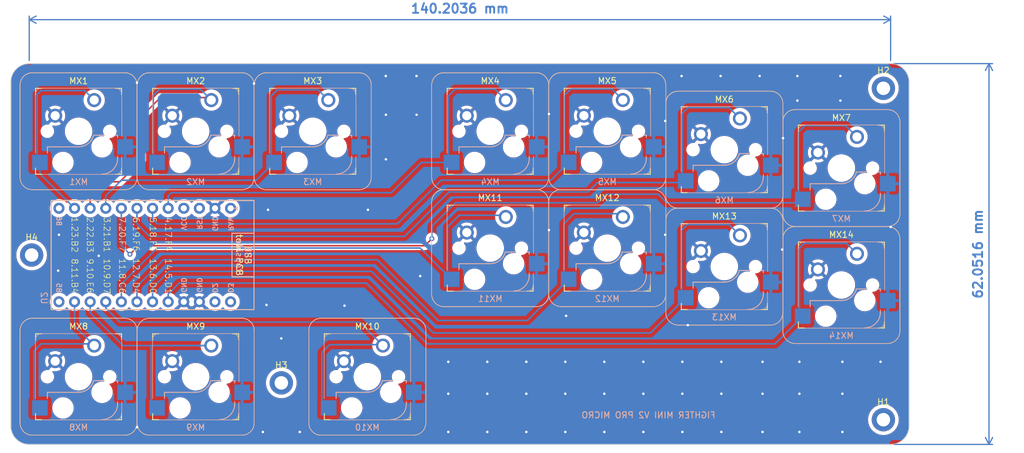
<source format=kicad_pcb>
(kicad_pcb (version 20221018) (generator pcbnew)
  (layers (0 "F.Cu" signal) (31 "B.Cu" signal) (34 "B.Paste" user) (35 "F.Paste" user) (36 "B.SilkS" user "B.Silkscreen") (37 "F.SilkS" user "F.Silkscreen") (38 "B.Mask" user) (39 "F.Mask" user) (44 "Edge.Cuts" user))
  (net 0 "")
  (net 1 "MX1")
  (net 2 "GND")
  (net 3 "MX2")
  (net 4 "MX3")
  (net 5 "MX4")
  (net 6 "MX5")
  (net 7 "MX7")
  (net 8 "MX8")
  (net 9 "MX9")
  (net 10 "MX10")
  (net 11 "MX11")
  (net 12 "MX12")
  (net 13 "MX13")
  (net 14 "MX14")
  (net 22 "MX6")
  (footprint "MountingHole:MountingHole_2.2mm_M2_DIN965_Pad" (layer "F.Cu") (at 78.359 74.168)
    (fp_text reference "H4" (at 0 -2.9) (layer "F.SilkS"))
    (fp_text value "MountingHole")
    (pad "1" thru_hole circle (at 0 0) (size 3.8 3.8) (drill 2.2) (layers "*.Cu" "*.Mask"))
  )
  (footprint "MountingHole:MountingHole_2.2mm_M2_DIN965_Pad" (layer "F.Cu") (at 217 47)
    (fp_text reference "H2" (at 0 -2.9) (layer "F.SilkS"))
    (fp_text value "MountingHole")
    (pad "1" thru_hole circle (at 0 0) (size 3.8 3.8) (drill 2.2) (layers "*.Cu" "*.Mask"))
  )
  (footprint "MountingHole:MountingHole_2.2mm_M2_DIN965_Pad" (layer "F.Cu") (at 119 95)
    (fp_text reference "H3" (at 0 -2.9) (layer "F.SilkS"))
    (fp_text value "MountingHole")
    (pad "1" thru_hole circle (at 0 0) (size 3.8 3.8) (drill 2.2) (layers "*.Cu" "*.Mask"))
  )
  (footprint "Fight Stick 2:MX_optional" (layer "F.Cu") (at 210.157835 79.050995)
    (fp_text reference "MX14" (at 0 -8.2) (layer "F.SilkS"))
    (fp_text value "MX_SW_HS")
    (fp_text user "${REFERENCE}" (at 0 8.25) (layer "B.SilkS") (effects (justify mirror)))
    (pad "" np_thru_hole circle (at -5.08 0) (size 1.7018 1.7018) (drill 1.7018) (layers "*.Cu" "*.Mask"))
    (pad "" np_thru_hole circle (at -2.54 5.08) (size 3 3) (drill 3) (layers "*.Cu" "*.Mask"))
    (pad "" np_thru_hole circle (at 0 0) (size 3.9878 3.9878) (drill 3.9878) (layers "*.Cu" "*.Mask"))
    (pad "" np_thru_hole circle (at 3.81 2.54) (size 3 3) (drill 3) (layers "*.Cu" "*.Mask"))
    (pad "" np_thru_hole circle (at 5.08 0) (size 1.7018 1.7018) (drill 1.7018) (layers "*.Cu" "*.Mask"))
    (pad "1" smd rect (at -6.29 5.08) (size 2.55 2.5) (layers "B.Cu" "B.Paste" "B.Mask") (net 14 "MX14"))
    (pad "1" thru_hole circle (at 2.54 -5.08) (size 2.286 2.286) (drill 1.4986) (layers "*.Cu" "*.Mask") (net 14 "MX14"))
    (pad "2" thru_hole circle (at -3.81 -2.54) (size 2.286 2.286) (drill 1.4986) (layers "*.Cu" "*.Mask") (net 2 "GND"))
    (pad "2" smd rect (at 7.56 2.54) (size 2.55 2.5) (layers "B.Cu" "B.Paste" "B.Mask") (net 2 "GND"))
  )
  (footprint "MountingHole:MountingHole_2.2mm_M2_DIN965_Pad" (layer "F.Cu") (at 217 101)
    (fp_text reference "H1" (at 0 -2.9) (layer "F.SilkS"))
    (fp_text value "MountingHole")
    (pad "1" thru_hole circle (at 0 0) (size 3.8 3.8) (drill 2.2) (layers "*.Cu" "*.Mask"))
  )
  (footprint "Fight Stick 2:MX_optional" (layer "F.Cu") (at 191.10569 57)
    (fp_text reference "MX6" (at 0 -8.2) (layer "F.SilkS"))
    (fp_text value "MX_SW_HS")
    (fp_text user "${REFERENCE}" (at 0 8.25) (layer "B.SilkS") (effects (justify mirror)))
    (pad "" np_thru_hole circle (at -5.08 0) (size 1.7018 1.7018) (drill 1.7018) (layers "*.Cu" "*.Mask"))
    (pad "" np_thru_hole circle (at -2.54 5.08) (size 3 3) (drill 3) (layers "*.Cu" "*.Mask"))
    (pad "" np_thru_hole circle (at 0 0) (size 3.9878 3.9878) (drill 3.9878) (layers "*.Cu" "*.Mask"))
    (pad "" np_thru_hole circle (at 3.81 2.54) (size 3 3) (drill 3) (layers "*.Cu" "*.Mask"))
    (pad "" np_thru_hole circle (at 5.08 0) (size 1.7018 1.7018) (drill 1.7018) (layers "*.Cu" "*.Mask"))
    (pad "1" smd rect (at -6.29 5.08) (size 2.55 2.5) (layers "B.Cu" "B.Paste" "B.Mask") (net 22 "MX6"))
    (pad "1" thru_hole circle (at 2.54 -5.08) (size 2.286 2.286) (drill 1.4986) (layers "*.Cu" "*.Mask") (net 22 "MX6"))
    (pad "2" thru_hole circle (at -3.81 -2.54) (size 2.286 2.286) (drill 1.4986) (layers "*.Cu" "*.Mask") (net 2 "GND"))
    (pad "2" smd rect (at 7.56 2.54) (size 2.55 2.5) (layers "B.Cu" "B.Paste" "B.Mask") (net 2 "GND"))
  )
  (footprint "Fight Stick 2:MX_optional" (layer "F.Cu") (at 172.053545 53.990872)
    (fp_text reference "MX5" (at 0 -8.2) (layer "F.SilkS"))
    (fp_text value "MX_SW_HS")
    (fp_text user "${REFERENCE}" (at 0 8.25) (layer "B.SilkS") (effects (justify mirror)))
    (pad "" np_thru_hole circle (at -5.08 0) (size 1.7018 1.7018) (drill 1.7018) (layers "*.Cu" "*.Mask"))
    (pad "" np_thru_hole circle (at -2.54 5.08) (size 3 3) (drill 3) (layers "*.Cu" "*.Mask"))
    (pad "" np_thru_hole circle (at 0 0) (size 3.9878 3.9878) (drill 3.9878) (layers "*.Cu" "*.Mask"))
    (pad "" np_thru_hole circle (at 3.81 2.54) (size 3 3) (drill 3) (layers "*.Cu" "*.Mask"))
    (pad "" np_thru_hole circle (at 5.08 0) (size 1.7018 1.7018) (drill 1.7018) (layers "*.Cu" "*.Mask"))
    (pad "1" smd rect (at -6.29 5.08) (size 2.55 2.5) (layers "B.Cu" "B.Paste" "B.Mask") (net 6 "MX5"))
    (pad "1" thru_hole circle (at 2.54 -5.08) (size 2.286 2.286) (drill 1.4986) (layers "*.Cu" "*.Mask") (net 6 "MX5"))
    (pad "2" thru_hole circle (at -3.81 -2.54) (size 2.286 2.286) (drill 1.4986) (layers "*.Cu" "*.Mask") (net 2 "GND"))
    (pad "2" smd rect (at 7.56 2.54) (size 2.55 2.5) (layers "B.Cu" "B.Paste" "B.Mask") (net 2 "GND"))
  )
  (footprint "Fight Stick 2:MX_optional" (layer "F.Cu") (at 210.157835 60)
    (fp_text reference "MX7" (at 0 -8.2) (layer "F.SilkS"))
    (fp_text value "MX_SW_HS")
    (fp_text user "${REFERENCE}" (at 0 8.25) (layer "B.SilkS") (effects (justify mirror)))
    (pad "" np_thru_hole circle (at -5.08 0) (size 1.7018 1.7018) (drill 1.7018) (layers "*.Cu" "*.Mask"))
    (pad "" np_thru_hole circle (at -2.54 5.08) (size 3 3) (drill 3) (layers "*.Cu" "*.Mask"))
    (pad "" np_thru_hole circle (at 0 0) (size 3.9878 3.9878) (drill 3.9878) (layers "*.Cu" "*.Mask"))
    (pad "" np_thru_hole circle (at 3.81 2.54) (size 3 3) (drill 3) (layers "*.Cu" "*.Mask"))
    (pad "" np_thru_hole circle (at 5.08 0) (size 1.7018 1.7018) (drill 1.7018) (layers "*.Cu" "*.Mask"))
    (pad "1" smd rect (at -6.29 5.08) (size 2.55 2.5) (layers "B.Cu" "B.Paste" "B.Mask") (net 7 "MX7"))
    (pad "1" thru_hole circle (at 2.54 -5.08) (size 2.286 2.286) (drill 1.4986) (layers "*.Cu" "*.Mask") (net 7 "MX7"))
    (pad "2" thru_hole circle (at -3.81 -2.54) (size 2.286 2.286) (drill 1.4986) (layers "*.Cu" "*.Mask") (net 2 "GND"))
    (pad "2" smd rect (at 7.56 2.54) (size 2.55 2.5) (layers "B.Cu" "B.Paste" "B.Mask") (net 2 "GND"))
  )
  (footprint "Fight Stick 2:MX_optional" (layer "F.Cu") (at 86 54)
    (fp_text reference "MX1" (at 0 -8.2) (layer "F.SilkS"))
    (fp_text value "MX_SW_HS")
    (fp_text user "${REFERENCE}" (at 0 8.25) (layer "B.SilkS") (effects (justify mirror)))
    (pad "" np_thru_hole circle (at -5.08 0) (size 1.7018 1.7018) (drill 1.7018) (layers "*.Cu" "*.Mask"))
    (pad "" np_thru_hole circle (at -2.54 5.08) (size 3 3) (drill 3) (layers "*.Cu" "*.Mask"))
    (pad "" np_thru_hole circle (at 0 0) (size 3.9878 3.9878) (drill 3.9878) (layers "*.Cu" "*.Mask"))
    (pad "" np_thru_hole circle (at 3.81 2.54) (size 3 3) (drill 3) (layers "*.Cu" "*.Mask"))
    (pad "" np_thru_hole circle (at 5.08 0) (size 1.7018 1.7018) (drill 1.7018) (layers "*.Cu" "*.Mask"))
    (pad "1" smd rect (at -6.29 5.08) (size 2.55 2.5) (layers "B.Cu" "B.Paste" "B.Mask") (net 1 "MX1"))
    (pad "1" thru_hole circle (at 2.54 -5.08) (size 2.286 2.286) (drill 1.4986) (layers "*.Cu" "*.Mask") (net 1 "MX1"))
    (pad "2" thru_hole circle (at -3.81 -2.54) (size 2.286 2.286) (drill 1.4986) (layers "*.Cu" "*.Mask") (net 2 "GND"))
    (pad "2" smd rect (at 7.56 2.54) (size 2.55 2.5) (layers "B.Cu" "B.Paste" "B.Mask") (net 2 "GND"))
  )
  (footprint "Fight Stick 2:MX_optional" (layer "F.Cu") (at 124.110687 54)
    (fp_text reference "MX3" (at 0 -8.2) (layer "F.SilkS"))
    (fp_text value "MX_SW_HS")
    (fp_text user "${REFERENCE}" (at 0 8.25) (layer "B.SilkS") (effects (justify mirror)))
    (pad "" np_thru_hole circle (at -5.08 0) (size 1.7018 1.7018) (drill 1.7018) (layers "*.Cu" "*.Mask"))
    (pad "" np_thru_hole circle (at -2.54 5.08) (size 3 3) (drill 3) (layers "*.Cu" "*.Mask"))
    (pad "" np_thru_hole circle (at 0 0) (size 3.9878 3.9878) (drill 3.9878) (layers "*.Cu" "*.Mask"))
    (pad "" np_thru_hole circle (at 3.81 2.54) (size 3 3) (drill 3) (layers "*.Cu" "*.Mask"))
    (pad "" np_thru_hole circle (at 5.08 0) (size 1.7018 1.7018) (drill 1.7018) (layers "*.Cu" "*.Mask"))
    (pad "1" smd rect (at -6.29 5.08) (size 2.55 2.5) (layers "B.Cu" "B.Paste" "B.Mask") (net 4 "MX3"))
    (pad "1" thru_hole circle (at 2.54 -5.08) (size 2.286 2.286) (drill 1.4986) (layers "*.Cu" "*.Mask") (net 4 "MX3"))
    (pad "2" thru_hole circle (at -3.81 -2.54) (size 2.286 2.286) (drill 1.4986) (layers "*.Cu" "*.Mask") (net 2 "GND"))
    (pad "2" smd rect (at 7.56 2.54) (size 2.55 2.5) (layers "B.Cu" "B.Paste" "B.Mask") (net 2 "GND"))
  )
  (footprint "Fight Stick 2:MX_optional" (layer "F.Cu") (at 153 73.043303)
    (fp_text reference "MX11" (at 0 -8.2) (layer "F.SilkS"))
    (fp_text value "MX_SW_HS")
    (fp_text user "${REFERENCE}" (at 0 8.25) (layer "B.SilkS") (effects (justify mirror)))
    (pad "" np_thru_hole circle (at -5.08 0) (size 1.7018 1.7018) (drill 1.7018) (layers "*.Cu" "*.Mask"))
    (pad "" np_thru_hole circle (at -2.54 5.08) (size 3 3) (drill 3) (layers "*.Cu" "*.Mask"))
    (pad "" np_thru_hole circle (at 0 0) (size 3.9878 3.9878) (drill 3.9878) (layers "*.Cu" "*.Mask"))
    (pad "" np_thru_hole circle (at 3.81 2.54) (size 3 3) (drill 3) (layers "*.Cu" "*.Mask"))
    (pad "" np_thru_hole circle (at 5.08 0) (size 1.7018 1.7018) (drill 1.7018) (layers "*.Cu" "*.Mask"))
    (pad "1" smd rect (at -6.29 5.08) (size 2.55 2.5) (layers "B.Cu" "B.Paste" "B.Mask") (net 11 "MX11"))
    (pad "1" thru_hole circle (at 2.54 -5.08) (size 2.286 2.286) (drill 1.4986) (layers "*.Cu" "*.Mask") (net 11 "MX11"))
    (pad "2" thru_hole circle (at -3.81 -2.54) (size 2.286 2.286) (drill 1.4986) (layers "*.Cu" "*.Mask") (net 2 "GND"))
    (pad "2" smd rect (at 7.56 2.54) (size 2.55 2.5) (layers "B.Cu" "B.Paste" "B.Mask") (net 2 "GND"))
  )
  (footprint "Fight Stick 2:MX_optional" (layer "F.Cu") (at 133 94)
    (fp_text reference "MX10" (at 0 -8.2) (layer "F.SilkS"))
    (fp_text value "MX_SW_HS")
    (fp_text user "${REFERENCE}" (at 0 8.25) (layer "B.SilkS") (effects (justify mirror)))
    (pad "" np_thru_hole circle (at -5.08 0) (size 1.7018 1.7018) (drill 1.7018) (layers "*.Cu" "*.Mask"))
    (pad "" np_thru_hole circle (at -2.54 5.08) (size 3 3) (drill 3) (layers "*.Cu" "*.Mask"))
    (pad "" np_thru_hole circle (at 0 0) (size 3.9878 3.9878) (drill 3.9878) (layers "*.Cu" "*.Mask"))
    (pad "" np_thru_hole circle (at 3.81 2.54) (size 3 3) (drill 3) (layers "*.Cu" "*.Mask"))
    (pad "" np_thru_hole circle (at 5.08 0) (size 1.7018 1.7018) (drill 1.7018) (layers "*.Cu" "*.Mask"))
    (pad "1" smd rect (at -6.29 5.08) (size 2.55 2.5) (layers "B.Cu" "B.Paste" "B.Mask") (net 10 "MX10"))
    (pad "1" thru_hole circle (at 2.54 -5.08) (size 2.286 2.286) (drill 1.4986) (layers "*.Cu" "*.Mask") (net 10 "MX10"))
    (pad "2" thru_hole circle (at -3.81 -2.54) (size 2.286 2.286) (drill 1.4986) (layers "*.Cu" "*.Mask") (net 2 "GND"))
    (pad "2" smd rect (at 7.56 2.54) (size 2.55 2.5) (layers "B.Cu" "B.Paste" "B.Mask") (net 2 "GND"))
  )
  (footprint "Fight Stick 2:MX_optional" (layer "F.Cu") (at 172.053545 73.043017)
    (fp_text reference "MX12" (at 0 -8.2) (layer "F.SilkS"))
    (fp_text value "MX_SW_HS")
    (fp_text user "${REFERENCE}" (at 0 8.25) (layer "B.SilkS") (effects (justify mirror)))
    (pad "" np_thru_hole circle (at -5.08 0) (size 1.7018 1.7018) (drill 1.7018) (layers "*.Cu" "*.Mask"))
    (pad "" np_thru_hole circle (at -2.54 5.08) (size 3 3) (drill 3) (layers "*.Cu" "*.Mask"))
    (pad "" np_thru_hole circle (at 0 0) (size 3.9878 3.9878) (drill 3.9878) (layers "*.Cu" "*.Mask"))
    (pad "" np_thru_hole circle (at 3.81 2.54) (size 3 3) (drill 3) (layers "*.Cu" "*.Mask"))
    (pad "" np_thru_hole circle (at 5.08 0) (size 1.7018 1.7018) (drill 1.7018) (layers "*.Cu" "*.Mask"))
    (pad "1" smd rect (at -6.29 5.08) (size 2.55 2.5) (layers "B.Cu" "B.Paste" "B.Mask") (net 12 "MX12"))
    (pad "1" thru_hole circle (at 2.54 -5.08) (size 2.286 2.286) (drill 1.4986) (layers "*.Cu" "*.Mask") (net 12 "MX12"))
    (pad "2" thru_hole circle (at -3.81 -2.54) (size 2.286 2.286) (drill 1.4986) (layers "*.Cu" "*.Mask") (net 2 "GND"))
    (pad "2" smd rect (at 7.56 2.54) (size 2.55 2.5) (layers "B.Cu" "B.Paste" "B.Mask") (net 2 "GND"))
  )
  (footprint "Fight Stick 2:MX_optional" (layer "F.Cu") (at 86 94)
    (fp_text reference "MX8" (at 0 -8.2) (layer "F.SilkS"))
    (fp_text value "MX_SW_HS")
    (fp_text user "${REFERENCE}" (at 0 8.25) (layer "B.SilkS") (effects (justify mirror)))
    (pad "" np_thru_hole circle (at -5.08 0) (size 1.7018 1.7018) (drill 1.7018) (layers "*.Cu" "*.Mask"))
    (pad "" np_thru_hole circle (at -2.54 5.08) (size 3 3) (drill 3) (layers "*.Cu" "*.Mask"))
    (pad "" np_thru_hole circle (at 0 0) (size 3.9878 3.9878) (drill 3.9878) (layers "*.Cu" "*.Mask"))
    (pad "" np_thru_hole circle (at 3.81 2.54) (size 3 3) (drill 3) (layers "*.Cu" "*.Mask"))
    (pad "" np_thru_hole circle (at 5.08 0) (size 1.7018 1.7018) (drill 1.7018) (layers "*.Cu" "*.Mask"))
    (pad "1" smd rect (at -6.29 5.08) (size 2.55 2.5) (layers "B.Cu" "B.Paste" "B.Mask") (net 8 "MX8"))
    (pad "1" thru_hole circle (at 2.54 -5.08) (size 2.286 2.286) (drill 1.4986) (layers "*.Cu" "*.Mask") (net 8 "MX8"))
    (pad "2" thru_hole circle (at -3.81 -2.54) (size 2.286 2.286) (drill 1.4986) (layers "*.Cu" "*.Mask") (net 2 "GND"))
    (pad "2" smd rect (at 7.56 2.54) (size 2.55 2.5) (layers "B.Cu" "B.Paste" "B.Mask") (net 2 "GND"))
  )
  (footprint "Fight Stick 2:MX_optional" (layer "F.Cu") (at 105.058542 94)
    (fp_text reference "MX9" (at 0 -8.2) (layer "F.SilkS"))
    (fp_text value "MX_SW_HS")
    (fp_text user "${REFERENCE}" (at 0 8.25) (layer "B.SilkS") (effects (justify mirror)))
    (pad "" np_thru_hole circle (at -5.08 0) (size 1.7018 1.7018) (drill 1.7018) (layers "*.Cu" "*.Mask"))
    (pad "" np_thru_hole circle (at -2.54 5.08) (size 3 3) (drill 3) (layers "*.Cu" "*.Mask"))
    (pad "" np_thru_hole circle (at 0 0) (size 3.9878 3.9878) (drill 3.9878) (layers "*.Cu" "*.Mask"))
    (pad "" np_thru_hole circle (at 3.81 2.54) (size 3 3) (drill 3) (layers "*.Cu" "*.Mask"))
    (pad "" np_thru_hole circle (at 5.08 0) (size 1.7018 1.7018) (drill 1.7018) (layers "*.Cu" "*.Mask"))
    (pad "1" smd rect (at -6.29 5.08) (size 2.55 2.5) (layers "B.Cu" "B.Paste" "B.Mask") (net 9 "MX9"))
    (pad "1" thru_hole circle (at 2.54 -5.08) (size 2.286 2.286) (drill 1.4986) (layers "*.Cu" "*.Mask") (net 9 "MX9"))
    (pad "2" thru_hole circle (at -3.81 -2.54) (size 2.286 2.286) (drill 1.4986) (layers "*.Cu" "*.Mask") (net 2 "GND"))
    (pad "2" smd rect (at 7.56 2.54) (size 2.55 2.5) (layers "B.Cu" "B.Paste" "B.Mask") (net 2 "GND"))
  )
  (footprint "Fight Stick 2:MX_optional" (layer "F.Cu") (at 105.058542 54)
    (fp_text reference "MX2" (at 0 -8.2) (layer "F.SilkS"))
    (fp_text value "MX_SW_HS")
    (fp_text user "${REFERENCE}" (at 0 8.25) (layer "B.SilkS") (effects (justify mirror)))
    (pad "" np_thru_hole circle (at -5.08 0) (size 1.7018 1.7018) (drill 1.7018) (layers "*.Cu" "*.Mask"))
    (pad "" np_thru_hole circle (at -2.54 5.08) (size 3 3) (drill 3) (layers "*.Cu" "*.Mask"))
    (pad "" np_thru_hole circle (at 0 0) (size 3.9878 3.9878) (drill 3.9878) (layers "*.Cu" "*.Mask"))
    (pad "" np_thru_hole circle (at 3.81 2.54) (size 3 3) (drill 3) (layers "*.Cu" "*.Mask"))
    (pad "" np_thru_hole circle (at 5.08 0) (size 1.7018 1.7018) (drill 1.7018) (layers "*.Cu" "*.Mask"))
    (pad "1" smd rect (at -6.29 5.08) (size 2.55 2.5) (layers "B.Cu" "B.Paste" "B.Mask") (net 3 "MX2"))
    (pad "1" thru_hole circle (at 2.54 -5.08) (size 2.286 2.286) (drill 1.4986) (layers "*.Cu" "*.Mask") (net 3 "MX2"))
    (pad "2" thru_hole circle (at -3.81 -2.54) (size 2.286 2.286) (drill 1.4986) (layers "*.Cu" "*.Mask") (net 2 "GND"))
    (pad "2" smd rect (at 7.56 2.54) (size 2.55 2.5) (layers "B.Cu" "B.Paste" "B.Mask") (net 2 "GND"))
  )
  (footprint "Fight Stick 2:MX_optional" (layer "F.Cu") (at 153 54)
    (fp_text reference "MX4" (at 0 -8.2) (layer "F.SilkS"))
    (fp_text value "MX_SW_HS")
    (fp_text user "${REFERENCE}" (at 0 8.25) (layer "B.SilkS") (effects (justify mirror)))
    (pad "" np_thru_hole circle (at -5.08 0) (size 1.7018 1.7018) (drill 1.7018) (layers "*.Cu" "*.Mask"))
    (pad "" np_thru_hole circle (at -2.54 5.08) (size 3 3) (drill 3) (layers "*.Cu" "*.Mask"))
    (pad "" np_thru_hole circle (at 0 0) (size 3.9878 3.9878) (drill 3.9878) (layers "*.Cu" "*.Mask"))
    (pad "" np_thru_hole circle (at 3.81 2.54) (size 3 3) (drill 3) (layers "*.Cu" "*.Mask"))
    (pad "" np_thru_hole circle (at 5.08 0) (size 1.7018 1.7018) (drill 1.7018) (layers "*.Cu" "*.Mask"))
    (pad "1" smd rect (at -6.29 5.08) (size 2.55 2.5) (layers "B.Cu" "B.Paste" "B.Mask") (net 5 "MX4"))
    (pad "1" thru_hole circle (at 2.54 -5.08) (size 2.286 2.286) (drill 1.4986) (layers "*.Cu" "*.Mask") (net 5 "MX4"))
    (pad "2" thru_hole circle (at -3.81 -2.54) (size 2.286 2.286) (drill 1.4986) (layers "*.Cu" "*.Mask") (net 2 "GND"))
    (pad "2" smd rect (at 7.56 2.54) (size 2.55 2.5) (layers "B.Cu" "B.Paste" "B.Mask") (net 2 "GND"))
  )
  (footprint "Fight Stick 2:MX_optional" (layer "F.Cu") (at 191.10569 76.047006)
    (fp_text reference "MX13" (at 0 -8.2) (layer "F.SilkS"))
    (fp_text value "MX_SW_HS")
    (fp_text user "${REFERENCE}" (at 0 8.25) (layer "B.SilkS") (effects (justify mirror)))
    (pad "" np_thru_hole circle (at -5.08 0) (size 1.7018 1.7018) (drill 1.7018) (layers "*.Cu" "*.Mask"))
    (pad "" np_thru_hole circle (at -2.54 5.08) (size 3 3) (drill 3) (layers "*.Cu" "*.Mask"))
    (pad "" np_thru_hole circle (at 0 0) (size 3.9878 3.9878) (drill 3.9878) (layers "*.Cu" "*.Mask"))
    (pad "" np_thru_hole circle (at 3.81 2.54) (size 3 3) (drill 3) (layers "*.Cu" "*.Mask"))
    (pad "" np_thru_hole circle (at 5.08 0) (size 1.7018 1.7018) (drill 1.7018) (layers "*.Cu" "*.Mask"))
    (pad "1" smd rect (at -6.29 5.08) (size 2.55 2.5) (layers "B.Cu" "B.Paste" "B.Mask") (net 13 "MX13"))
    (pad "1" thru_hole circle (at 2.54 -5.08) (size 2.286 2.286) (drill 1.4986) (layers "*.Cu" "*.Mask") (net 13 "MX13"))
    (pad "2" thru_hole circle (at -3.81 -2.54) (size 2.286 2.286) (drill 1.4986) (layers "*.Cu" "*.Mask") (net 2 "GND"))
    (pad "2" smd rect (at 7.56 2.54) (size 2.55 2.5) (layers "B.Cu" "B.Paste" "B.Mask") (net 2 "GND"))
  )
  (footprint "PCM_marbastlib-xp-promicroish:ProMicro_Reversible_Single" (layer "B.Cu") (at 96.774 74.168 90)
    (fp_text reference "U2" (at -7 -16.4 270 unlocked) (layer "B.SilkS") (effects (justify mirror)))
    (fp_text value "ProMicro")
    (fp_text user "RAW" (at 6.42 13.97 270 unlocked) (layer "B.SilkS") (effects (font (size 0.8 0.8)) (justify right mirror)))
    (fp_text user "B5" (at -6.22 -13.97 270 unlocked) (layer "B.SilkS") (effects (font (size 0.8 0.8)) (justify left mirror)))
    (fp_text user "RST" (at 6.42 8.89 270 unlocked) (layer "B.SilkS") (effects (font (size 0.8 0.8)) (justify right mirror)))
    (fp_text user "D2" (at -6.22 11.43 270 unlocked) (layer "B.SilkS") (effects (font (size 0.8 0.8)) (justify left mirror)))
    (fp_text user "1" (at 7.62 15.17 270) (layer "B.SilkS") (effects (justify bottom mirror)))
    (fp_text user "B6" (at 6.42 -13.97 270 unlocked) (layer "B.SilkS") (effects (font (size 0.8 0.8)) (justify right mirror)))
    (fp_text user "D3" (at -6.22 13.97 270 unlocked) (layer "B.SilkS") (effects (font (size 0.8 0.8)) (justify left mirror)))
    (fp_text user "VCC" (at 6.42 6.35 270 unlocked) (layer "B.SilkS") (effects (font (size 0.8 0.8)) (justify right mirror)))
    (fp_text user "GND" (at -6.2 8.89 270 unlocked) (layer "B.SilkS") (effects (font (size 0.8 0.8)) (justify left mirror)))
    (fp_text user "GND" (at 6.42 11.43 270 unlocked) (layer "B.SilkS") (effects (font (size 0.8 0.8)) (justify right mirror)))
    (fp_text user "GND" (at -6.2 6.35 270 unlocked) (layer "B.SilkS") (effects (font (size 0.8 0.8)) (justify left mirror)))
    (fp_text user "topside" (at 0 14.8 270 unlocked) (layer "B.SilkS") (effects (justify bottom mirror)))
    (fp_text user "USB" (at 0 16.2 270 unlocked) (layer "B.SilkS") (effects (justify bottom mirror)))
    (fp_text user "1.23.B2" (at 6.25 -12 270 unlocked) (layer "F.SilkS") (effects (font (thickness 0.1)) (justify left bottom)))
    (fp_text user "6.19.F6" (at 6.25 -2 270 unlocked) (layer "F.SilkS") (effects (font (thickness 0.1)) (justify left bottom)))
    (fp_text user "12.7.D4" (at -0.5 -2 270 unlocked) (layer "F.SilkS") (effects (font (thickness 0.1)) (justify left bottom)))
    (fp_text user "14.5.D1" (at -0.5 3.25 270 unlocked) (layer "F.SilkS") (effects (font (thickness 0.1)) (justify left bottom)))
    (fp_text user "tow. PCB" (at 0 14.8 270 unlocked) (layer "F.SilkS") (effects (justify bottom)))
    (fp_text user "10.9.D7" (at -0.5 -6.75 270 unlocked) (layer "F.SilkS") (effects (font (thickness 0.1)) (justify left bottom)))
    (fp_text user "11.8.C6" (at -0.5 -4.25 270 unlocked) (layer "F.SilkS") (effects (font (thickness 0.1)) (justify left bottom)))
    (fp_text user "5.18.F5" (at 6.25 0.75 270 unlocked) (layer "F.SilkS") (effects (font (thickness 0.1)) (justify left bottom)))
    (fp_text user "3.21.B1" (at 6.25 -6.75 270 unlocked) (layer "F.SilkS") (effects (font (thickness 0.1)) (justify left bottom)))
    (fp_text user "2.22.B3" (at 6.25 -9.5 270 unlocked) (layer "F.SilkS") (effects (font (thickness 0.1)) (justify left bottom)))
    (fp_text user "13.6.D0" (at -0.5 0.75 270 unlocked) (layer "F.SilkS") (effects (font (thickness 0.1)) (justify left bottom)))
    (fp_text user "7.20.F7" (at 6.25 -4.25 270 unlocked) (layer "F.SilkS") (effects (font (thickness 0.1)) (justify left bottom)))
    (fp_text user "USB" (at 0 16.2 270 unlocked) (layer "F.SilkS") (effects (justify bottom)))
    (fp_text user "8.11.B4" (at -0.5 -12 270 unlocked) (layer "F.SilkS") (effects (font (thickness 0.1)) (justify left bottom)))
    (fp_text user "9.10.E6" (at -0.5 -9.5 270 unlocked) (layer "F.SilkS") (effects (font (thickness 0.1)) (justify left bottom)))
    (fp_text user "4.17.F4" (at 6.25 3.25 270 unlocked) (layer "F.SilkS") (effects (font (thickness 0.1)) (justify left bottom)))
    (pad "1" thru_hole circle (at -7.62 13.97 90) (size 1.8 1.8) (drill 1) (layers "*.Cu" "*.Mask"))
    (pad "2" thru_hole circle (at -7.62 11.43 90) (size 1.8 1.8) (drill 1) (layers "*.Cu" "*.Mask"))
    (pad "3" thru_hole circle (at -7.62 8.89 90) (size 1.8 1.8) (drill 1) (layers "*.Cu" "*.Mask") (net 2 "GND"))
    (pad "4" thru_hole circle (at -7.62 6.35 90) (size 1.8 1.8) (drill 1) (layers "*.Cu" "*.Mask") (net 2 "GND"))
    (pad "5" thru_hole circle (at -7.62 3.81 90) (size 1.8 1.8) (drill 1) (layers "*.Cu" "*.Mask") (net 14 "MX14"))
    (pad "6" thru_hole circle (at -7.62 1.27 90) (size 1.8 1.8) (drill 1) (layers "*.Cu" "*.Mask") (net 13 "MX13"))
    (pad "7" thru_hole circle (at -7.62 -1.27 90) (size 1.8 1.8) (drill 1) (layers "*.Cu" "*.Mask") (net 12 "MX12"))
    (pad "8" thru_hole circle (at -7.62 -3.81 90) (size 1.8 1.8) (drill 1) (layers "*.Cu" "*.Mask") (net 11 "MX11"))
    (pad "9" thru_hole circle (at -7.62 -6.35 90) (size 1.8 1.8) (drill 1) (layers "*.Cu" "*.Mask") (net 10 "MX10"))
    (pad "10" thru_hole circle (at -7.62 -8.89 90) (size 1.8 1.8) (drill 1) (layers "*.Cu" "*.Mask") (net 9 "MX9"))
    (pad "11" thru_hole circle (at -7.62 -11.43 90) (size 1.8 1.8) (drill 1) (layers "*.Cu" "*.Mask") (net 8 "MX8"))
    (pad "12" thru_hole circle (at -7.62 -13.97 90) (size 1.8 1.8) (drill 1) (layers "*.Cu" "*.Mask"))
    (pad "13" thru_hole circle (at 7.62 13.97 90) (size 1.8 1.8) (drill 1) (layers "*.Cu" "*.Mask"))
    (pad "14" thru_hole circle (at 7.62 11.43 90) (size 1.8 1.8) (drill 1) (layers "*.Cu" "*.Mask") (net 2 "GND"))
    (pad "15" thru_hole circle (at 7.62 8.89 90) (size 1.8 1.8) (drill 1) (layers "*.Cu" "*.Mask"))
    (pad "16" thru_hole circle (at 7.62 6.35 90) (size 1.8 1.8) (drill 1) (layers "*.Cu" "*.Mask"))
    (pad "17" thru_hole circle (at 7.62 3.81 90) (size 1.8 1.8) (drill 1) (layers "*.Cu" "*.Mask") (net 5 "MX4"))
    (pad "18" thru_hole circle (at 7.62 1.27 90) (size 1.8 1.8) (drill 1) (layers "*.Cu" "*.Mask") (net 6 "MX5"))
    (pad "19" thru_hole circle (at 7.62 -1.27 90) (size 1.8 1.8) (drill 1) (layers "*.Cu" "*.Mask") (net 22 "MX6"))
    (pad "20" thru_hole circle (at 7.62 -3.81 90) (size 1.8 1.8) (drill 1) (layers "*.Cu" "*.Mask") (net 7 "MX7"))
    (pad "21" thru_hole circle (at 7.62 -6.35 90) (size 1.8 1.8) (drill 1) (layers "*.Cu" "*.Mask") (net 4 "MX3"))
    (pad "22" thru_hole circle (at 7.62 -8.89 90) (size 1.8 1.8) (drill 1) (layers "*.Cu" "*.Mask") (net 3 "MX2"))
    (pad "23" thru_hole circle (at 7.62 -11.43 90) (size 1.8 1.8) (drill 1) (layers "*.Cu" "*.Mask") (net 1 "MX1"))
    (pad "24" thru_hole circle (at 7.62 -13.97 90) (size 1.8 1.8) (drill 1) (layers "*.Cu" "*.Mask"))
  )
  (gr_arc (start 77.970673 105.026735) (mid 75.849358 104.148048) (end 74.970673 102.026735) (stroke (width 0.1)) (layer "Edge.Cuts"))
  (gr_line (start 218.174256 105.026735) (end 77.970673 105.026735) (stroke (width 0.1)) (layer "Edge.Cuts"))
  (gr_arc (start 218.174256 42.975166) (mid 220.295576 43.853846) (end 221.174256 45.975166) (stroke (width 0.1)) (layer "Edge.Cuts"))
  (gr_line (start 221.174256 45.975166) (end 221.174256 102.026735) (stroke (width 0.1)) (layer "Edge.Cuts"))
  (gr_arc (start 74.970673 45.975166) (mid 75.849353 43.853846) (end 77.970673 42.975166) (stroke (width 0.1)) (layer "Edge.Cuts"))
  (gr_line (start 74.970673 102.026735) (end 74.970673 45.975166) (stroke (width 0.1)) (layer "Edge.Cuts"))
  (gr_line (start 77.970673 42.975166) (end 218.174256 42.975166) (stroke (width 0.1)) (layer "Edge.Cuts"))
  (gr_arc (start 221.174256 102.026735) (mid 220.295561 104.148017) (end 218.174256 105.026735) (stroke (width 0.1)) (layer "Edge.Cuts"))
  (gr_text "FIGHTER MINI V2 PRO MICRO\n" (at 189.738 100.838) (layer "B.SilkS") (effects (font (size 1 1)) (justify left bottom mirror)))
  (dimension (type orthogonal) (layer "B.Cu") (pts (xy 218.174256 42.975166) (xy 218.174256 105.026735)) (height 16.013744) (orientation 1) (gr_text "62.0516 mm" (at 232.388 74.000951 90) (layer "B.Cu") (effects (font (size 1.5 1.5) (thickness 0.3)))) (format (prefix "") (suffix "") (units 3) (units_format 1) (precision 4)) (style (thickness 0.2) (arrow_length 1.27) (text_position_mode 0) (extension_height 0.58642) (extension_offset 0.5) keep_text_aligned))
  (dimension (type orthogonal) (layer "B.Cu") (pts (xy 218.174256 42.975166) (xy 77.970673 42.975166)) (height -7.161166) (orientation 0) (gr_text "140.2036 mm" (at 148.072464 34.014) (layer "B.Cu") (effects (font (size 1.5 1.5) (thickness 0.3)))) (format (prefix "") (suffix "") (units 3) (units_format 1) (precision 4)) (style (thickness 0.2) (arrow_length 1.27) (text_position_mode 0) (extension_height 0.58642) (extension_offset 0.5) keep_text_aligned))
  (segment (start 85.344 66.548) (end 79.71 60.914) (width 0.25) (layer "B.Cu") (net 1))
  (segment (start 79.248 48.006) (end 79.883 47.371) (width 0.25) (layer "B.Cu") (net 1))
  (segment (start 79.883 47.371) (end 86.991 47.371) (width 0.25) (layer "B.Cu") (net 1))
  (segment (start 86.991 47.371) (end 88.54 48.92) (width 0.25) (layer "B.Cu") (net 1))
  (segment (start 79.71 59.08) (end 79.248 58.618) (width 0.25) (layer "B.Cu") (net 1))
  (segment (start 79.71 60.914) (end 79.71 59.08) (width 0.25) (layer "B.Cu") (net 1))
  (segment (start 79.248 58.618) (end 79.248 48.006) (width 0.25) (layer "B.Cu") (net 1))
  (via (at 185.166 85.598) (size 0.8) (drill 0.4) (layers "F.Cu" "B.Cu") (net 2))
  (via (at 95.504 46.101) (size 0.8) (drill 0.4) (layers "F.Cu" "B.Cu") (net 2))
  (via (at 210.327 102.997) (size 0.8) (drill 0.4) (layers "F.Cu" "B.Cu") (net 2))
  (via (at 158.877 102.997) (size 0.8) (drill 0.4) (layers "F.Cu" "B.Cu") (net 2))
  (via (at 181.483 52.324) (size 0.8) (drill 0.4) (layers "F.Cu" "B.Cu") (net 2))
  (via (at 177.927 91.567) (size 0.8) (drill 0.4) (layers "F.Cu" "B.Cu") (net 2))
  (via (at 141.0208 51.308) (size 0.8) (drill 0.4) (layers "F.Cu" "B.Cu") (net 2))
  (via (at 95.504 102.235) (size 0.8) (drill 0.4) (layers "F.Cu" "B.Cu") (net 2))
  (via (at 181.483 70.866) (size 0.8) (drill 0.4) (layers "F.Cu" "B.Cu") (net 2))
  (via (at 146.177 96.774) (size 0.8) (drill 0.4) (layers "F.Cu" "B.Cu") (net 2))
  (via (at 203 49) (size 0.8) (drill 0.4) (layers "F.Cu" "B.Cu") (net 2))
  (via (at 184.15 45) (size 0.8) (drill 0.4) (layers "F.Cu" "B.Cu") (net 2))
  (via (at 152.527 96.774) (size 0.8) (drill 0.4) (layers "F.Cu" "B.Cu") (net 2))
  (via (at 165.227 91.567) (size 0.8) (drill 0.4) (layers "F.Cu" "B.Cu") (net 2))
  (via (at 116 103) (size 0.8) (drill 0.4) (layers "F.Cu" "B.Cu") (net 2))
  (via (at 146.177 102.997) (size 0.8) (drill 0.4) (layers "F.Cu" "B.Cu") (net 2))
  (via (at 190.627 102.997) (size 0.8) (drill 0.4) (layers "F.Cu" "B.Cu") (net 2))
  (via (at 146.177 91.567) (size 0.8) (drill 0.4) (layers "F.Cu" "B.Cu") (net 2))
  (via (at 203.327 91.567) (size 0.8) (drill 0.4) (layers "F.Cu" "B.Cu") (net 2))
  (via (at 190.5 45) (size 0.8) (drill 0.4) (layers "F.Cu" "B.Cu") (net 2))
  (via (at 197.327 96.774) (size 0.8) (drill 0.4) (layers "F.Cu" "B.Cu") (net 2))
  (via (at 184.277 91.567) (size 0.8) (drill 0.4) (layers "F.Cu" "B.Cu") (net 2))
  (via (at 203.327 102.997) (size 0.8) (drill 0.4) (layers "F.Cu" "B.Cu") (net 2))
  (via (at 158.877 91.567) (size 0.8) (drill 0.4) (layers "F.Cu" "B.Cu") (net 2))
  (via (at 141.605 77.597) (size 0.8) (drill 0.4) (layers "F.Cu" "B.Cu") (net 2))
  (via (at 141 45) (size 0.8) (drill 0.4) (layers "F.Cu" "B.Cu") (net 2))
  (via (at 197.327 91.567) (size 0.8) (drill 0.4) (layers "F.Cu" "B.Cu") (net 2))
  (via (at 171.577 91.567) (size 0.8) (drill 0.4) (layers "F.Cu" "B.Cu") (net 2))
  (via (at 116.586 82.296) (size 0.8) (drill 0.4) (layers "F.Cu" "B.Cu") (net 2))
  (via (at 129.286 82.423) (size 0.8) (drill 0.4) (layers "F.Cu" "B.Cu") (net 2))
  (via (at 165.227 102.997) (size 0.8) (drill 0.4) (layers "F.Cu" "B.Cu") (net 2))
  (via (at 136.0208 51.308) (size 0.8) (drill 0.4) (layers "F.Cu" "B.Cu") (net 2))
  (via (at 200.533 73.279) (size 0.8) (drill 0.4) (layers "F.Cu" "B.Cu") (net 2))
  (via (at 165.227 96.774) (size 0.8) (drill 0.4) (layers "F.Cu" "B.Cu") (net 2))
  (via (at 89.281 74.295) (size 0.8) (drill 0.4) (layers "F.Cu" "B.Cu") (net 2))
  (via (at 118.999 87.757) (size 0.8) (drill 0.4) (layers "F.Cu" "B.Cu") (net 2))
  (via (at 162.56 70.104) (size 0.8) (drill 0.4) (layers "F.Cu" "B.Cu") (net 2))
  (via (at 82.804 70.866) (size 0.8) (drill 0.4) (layers "F.Cu" "B.Cu") (net 2))
  (via (at 162.56 51.181) (size 0.8) (drill 0.4) (layers "F.Cu" "B.Cu") (net 2))
  (via (at 196.85 45) (size 0.8) (drill 0.4) (layers "F.Cu" "B.Cu") (net 2))
  (via (at 184.277 102.997) (size 0.8) (drill 0.4) (layers "F.Cu" "B.Cu") (net 2))
  (via (at 190.627 91.567) (size 0.8) (drill 0.4) (layers "F.Cu" "B.Cu") (net 2))
  (via (at 136.0208 58.5724) (size 0.8) (drill 0.4) (layers "F.Cu" "B.Cu") (net 2))
  (via (at 171.577 96.774) (size 0.8) (drill 0.4) (layers "F.Cu" "B.Cu") (net 2))
  (via (at 152.527 102.997) (size 0.8) (drill 0.4) (layers "F.Cu" "B.Cu") (net 2))
  (via (at 165.354 84.074) (size 0.8) (drill 0.4) (layers "F.Cu" "B.Cu") (net 2))
  (via (at 177.927 102.997) (size 0.8) (drill 0.4) (layers "F.Cu" "B.Cu") (net 2))
  (via (at 190.627 96.774) (size 0.8) (drill 0.4) (layers "F.Cu" "B.Cu") (net 2))
  (via (at 171.577 102.997) (size 0.8) (drill 0.4) (layers "F.Cu" "B.Cu") (net 2))
  (via (at 203 45) (size 0.8) (drill 0.4) (layers "F.Cu" "B.Cu") (net 2))
  (via (at 210.327 91.567) (size 0.8) (drill 0.4) (layers "F.Cu" "B.Cu") (net 2))
  (via (at 116.84 66.802) (size 0.8) (drill 0.4) (layers "F.Cu" "B.Cu") (net 2))
  (via (at 216.535 91.567) (size 0.8) (drill 0.4) (layers "F.Cu" "B.Cu") (net 2))
  (via (at 210.327 96.774) (size 0.8) (drill 0.4) (layers "F.Cu" "B.Cu") (net 2))
  (via (at 197.327 102.997) (size 0.8) (drill 0.4) (layers "F.Cu" "B.Cu") (net 2))
  (via (at 136 45) (size 0.8) (drill 0.4) (layers "F.Cu" "B.Cu") (net 2))
  (via (at 82.677 76.708) (size 0.8) (drill 0.4) (layers "F.Cu" "B.Cu") (net 2))
  (via (at 152.527 91.567) (size 0.8) (drill 0.4) (layers "F.Cu" "B.Cu") (net 2))
  (via (at 218.186 69.596) (size 0.8) (drill 0.4) (layers "F.Cu" "B.Cu") (net 2))
  (via (at 210 49) (size 0.8) (drill 0.4) (layers "F.Cu" "B.Cu") (net 2))
  (via (at 122 103) (size 0.8) (drill 0.4) (layers "F.Cu" "B.Cu") (net 2))
  (via (at 184.277 96.774) (size 0.8) (drill 0.4) (layers "F.Cu" "B.Cu") (net 2))
  (via (at 114.554 46.228) (size 0.8) (drill 0.4) (layers "F.Cu" "B.Cu") (net 2))
  (via (at 133.096 66.802) (size 0.8) (drill 0.4) (layers "F.Cu" "B.Cu") (net 2))
  (via (at 158.877 96.774) (size 0.8) (drill 0.4) (layers "F.Cu" "B.Cu") (net 2))
  (via (at 210 45) (size 0.8) (drill 0.4) (layers "F.Cu" "B.Cu") (net 2))
  (via (at 200.66 55.118) (size 0.8) (drill 0.4) (layers "F.Cu" "B.Cu") (net 2))
  (via (at 177.927 96.774) (size 0.8) (drill 0.4) (layers "F.Cu" "B.Cu") (net 2))
  (via (at 203.327 96.774) (size 0.8) (drill 0.4) (layers "F.Cu" "B.Cu") (net 2))
  (segment (start 87.884 63.754) (end 89.408 62.23) (width 0.25) (layer "F.Cu") (net 3))
  (segment (start 96.266 51.562) (end 99.314 48.514) (width 0.25) (layer "F.Cu") (net 3))
  (segment (start 87.884 66.548) (end 87.884 63.754) (width 0.25) (layer "F.Cu") (net 3))
  (segment (start 89.408 62.23) (end 92.71 62.23) (width 0.25) (layer "F.Cu") (net 3))
  (segment (start 92.71 62.23) (end 96.266 58.674) (width 0.25) (layer "F.Cu") (net 3))
  (segment (start 107.192542 48.514) (end 107.598542 48.92) (width 0.25) (layer "F.Cu") (net 3))
  (segment (start 99.314 48.514) (end 107.192542 48.514) (width 0.25) (layer "F.Cu") (net 3))
  (segment (start 96.266 58.674) (end 96.266 51.562) (width 0.25) (layer "F.Cu") (net 3))
  (segment (start 99.187 47.117) (end 105.795542 47.117) (width 0.25) (layer "B.Cu") (net 3))
  (segment (start 98.171 48.133) (end 99.187 47.117) (width 0.25) (layer "B.Cu") (net 3))
  (segment (start 105.795542 47.117) (end 107.598542 48.92) (width 0.25) (layer "B.Cu") (net 3))
  (segment (start 98.171 58.482458) (end 98.171 48.133) (width 0.25) (layer "B.Cu") (net 3))
  (segment (start 98.768542 59.08) (end 98.171 58.482458) (width 0.25) (layer "B.Cu") (net 3))
  (segment (start 92.964 61.976) (end 114.924687 61.976) (width 0.25) (layer "B.Cu") (net 4))
  (segment (start 117.820687 59.08) (end 117.348 58.607313) (width 0.25) (layer "B.Cu") (net 4))
  (segment (start 90.424 66.548) (end 90.424 64.516) (width 0.25) (layer "B.Cu") (net 4))
  (segment (start 114.924687 61.976) (end 117.820687 59.08) (width 0.25) (layer "B.Cu") (net 4))
  (segment (start 124.974687 47.244) (end 126.650687 48.92) (width 0.25) (layer "B.Cu") (net 4))
  (segment (start 117.348 48.26) (end 118.364 47.244) (width 0.25) (layer "B.Cu") (net 4))
  (segment (start 118.364 47.244) (end 124.974687 47.244) (width 0.25) (layer "B.Cu") (net 4))
  (segment (start 117.348 58.607313) (end 117.348 48.26) (width 0.25) (layer "B.Cu") (net 4))
  (segment (start 90.424 64.516) (end 92.964 61.976) (width 0.25) (layer "B.Cu") (net 4))
  (segment (start 146.71 59.08) (end 146.177 58.547) (width 0.25) (layer "B.Cu") (net 5))
  (segment (start 141.834 59.08) (end 146.71 59.08) (width 0.25) (layer "B.Cu") (net 5))
  (segment (start 153.737 47.117) (end 155.54 48.92) (width 0.25) (layer "B.Cu") (net 5))
  (segment (start 101.092 64.008) (end 136.906 64.008) (width 0.25) (layer "B.Cu") (net 5))
  (segment (start 146.177 48.26) (end 147.32 47.117) (width 0.25) (layer "B.Cu") (net 5))
  (segment (start 100.584 64.516) (end 101.092 64.008) (width 0.25) (layer "B.Cu") (net 5))
  (segment (start 147.32 47.117) (end 153.737 47.117) (width 0.25) (layer "B.Cu") (net 5))
  (segment (start 136.906 64.008) (end 141.834 59.08) (width 0.25) (layer "B.Cu") (net 5))
  (segment (start 146.177 58.547) (end 146.177 48.26) (width 0.25) (layer "B.Cu") (net 5))
  (segment (start 100.584 66.548) (end 100.584 64.516) (width 0.25) (layer "B.Cu") (net 5))
  (segment (start 166.116 47.117) (end 172.799673 47.117) (width 0.25) (layer "B.Cu") (net 6))
  (segment (start 165.763545 59.070872) (end 165.1 58.407327) (width 0.25) (layer "B.Cu") (net 6))
  (segment (start 98.044 68.326) (end 98.806 69.088) (width 0.25) (layer "B.Cu") (net 6))
  (segment (start 137.904082 69.088) (end 145.016082 61.976) (width 0.25) (layer "B.Cu") (net 6))
  (segment (start 98.044 66.548) (end 98.044 68.326) (width 0.25) (layer "B.Cu") (net 6))
  (segment (start 165.1 48.133) (end 166.116 47.117) (width 0.25) (layer "B.Cu") (net 6))
  (segment (start 165.1 58.407327) (end 165.1 48.133) (width 0.25) (layer "B.Cu") (net 6))
  (segment (start 162.858417 61.976) (end 165.763545 59.070872) (width 0.25) (layer "B.Cu") (net 6))
  (segment (start 98.806 69.088) (end 137.904082 69.088) (width 0.25) (layer "B.Cu") (net 6))
  (segment (start 145.016082 61.976) (end 162.858417 61.976) (width 0.25) (layer "B.Cu") (net 6))
  (segment (start 172.799673 47.117) (end 174.593545 48.910872) (width 0.25) (layer "B.Cu") (net 6))
  (segment (start 142.367 72.644) (end 143.51 71.501) (width 0.25) (layer "F.Cu") (net 7))
  (segment (start 94.361 74.041) (end 95.758 72.644) (width 0.25) (layer "F.Cu") (net 7))
  (segment (start 95.758 72.644) (end 142.367 72.644) (width 0.25) (layer "F.Cu") (net 7))
  (via (at 94.361 74.041) (size 0.8) (drill 0.4) (layers "F.Cu" "B.Cu") (net 7))
  (via (at 143.51 71.501) (size 0.8) (drill 0.4) (layers "F.Cu" "B.Cu") (net 7))
  (segment (start 203.288835 65.659) (end 203.867835 65.08) (width 0.25) (layer "B.Cu") (net 7))
  (segment (start 210.863835 53.086) (end 212.697835 54.92) (width 0.25) (layer "B.Cu") (net 7))
  (segment (start 92.964 72.644) (end 92.964 66.548) (width 0.25) (layer "B.Cu") (net 7))
  (segment (start 94.361 74.041) (end 92.964 72.644) (width 0.25) (layer "B.Cu") (net 7))
  (segment (start 171.831 64.262) (end 180.34 64.262) (width 0.25) (layer "B.Cu") (net 7))
  (segment (start 203.867835 65.08) (end 203.2 64.412165) (width 0.25) (layer "B.Cu") (net 7))
  (segment (start 203.2 64.412165) (end 203.2 54.102) (width 0.25) (layer "B.Cu") (net 7))
  (segment (start 180.34 64.262) (end 181.737 65.659) (width 0.25) (layer "B.Cu") (net 7))
  (segment (start 143.51 69.469) (end 147.32 65.659) (width 0.25) (layer "B.Cu") (net 7))
  (segment (start 143.51 71.501) (end 143.51 69.469) (width 0.25) (layer "B.Cu") (net 7))
  (segment (start 204.216 53.086) (end 210.863835 53.086) (width 0.25) (layer "B.Cu") (net 7))
  (segment (start 181.737 65.659) (end 203.288835 65.659) (width 0.25) (layer "B.Cu") (net 7))
  (segment (start 203.2 54.102) (end 204.216 53.086) (width 0.25) (layer "B.Cu") (net 7))
  (segment (start 170.434 65.659) (end 171.831 64.262) (width 0.25) (layer "B.Cu") (net 7))
  (segment (start 147.32 65.659) (end 170.434 65.659) (width 0.25) (layer "B.Cu") (net 7))
  (segment (start 78.74 89.789) (end 79.883 88.646) (width 0.25) (layer "B.Cu") (net 8))
  (segment (start 85.344 85.724) (end 88.54 88.92) (width 0.25) (layer "B.Cu") (net 8))
  (segment (start 88.266 88.646) (end 88.54 88.92) (width 0.25) (layer "B.Cu") (net 8))
  (segment (start 85.344 81.788) (end 85.344 85.724) (width 0.25) (layer "B.Cu") (net 8))
  (segment (start 79.71 99.08) (end 78.74 98.11) (width 0.25) (layer "B.Cu") (net 8))
  (segment (start 78.74 98.11) (end 78.74 89.789) (width 0.25) (layer "B.Cu") (net 8))
  (segment (start 79.883 88.646) (end 88.266 88.646) (width 0.25) (layer "B.Cu") (net 8))
  (segment (start 107.598542 88.92) (end 93.238 88.92) (width 0.25) (layer "B.Cu") (net 9))
  (segment (start 93.238 88.92) (end 87.884 83.566) (width 0.25) (layer "B.Cu") (net 9))
  (segment (start 87.884 83.566) (end 87.884 81.788) (width 0.25) (layer "B.Cu") (net 9))
  (segment (start 98.768542 99.08) (end 97.79 98.101458) (width 0.25) (layer "B.Cu") (net 9))
  (segment (start 97.79 88.92) (end 107.598542 88.92) (width 0.25) (layer "B.Cu") (net 9))
  (segment (start 97.79 98.101458) (end 97.79 88.92) (width 0.25) (layer "B.Cu") (net 9))
  (segment (start 125.603 97.973) (end 125.603 90.043) (width 0.25) (layer "B.Cu") (net 10))
  (segment (start 131.71 85.09) (end 135.54 88.92) (width 0.25) (layer "B.Cu") (net 10))
  (segment (start 135.393 88.773) (end 135.54 88.92) (width 0.25) (layer "B.Cu") (net 10))
  (segment (start 125.603 90.043) (end 126.873 88.773) (width 0.25) (layer "B.Cu") (net 10))
  (segment (start 126.71 99.08) (end 125.603 97.973) (width 0.25) (layer "B.Cu") (net 10))
  (segment (start 126.873 88.773) (end 135.393 88.773) (width 0.25) (layer "B.Cu") (net 10))
  (segment (start 90.424 81.788) (end 90.424 82.804) (width 0.25) (layer "B.Cu") (net 10))
  (segment (start 90.424 82.804) (end 92.71 85.09) (width 0.25) (layer "B.Cu") (net 10))
  (segment (start 92.71 85.09) (end 131.71 85.09) (width 0.25) (layer "B.Cu") (net 10))
  (segment (start 92.964 81.788) (end 92.964 78.867) (width 0.25) (layer "B.Cu") (net 11))
  (segment (start 155.267697 67.691) (end 155.54 67.963303) (width 0.25) (layer "B.Cu") (net 11))
  (segment (start 147.955 67.691) (end 155.267697 67.691) (width 0.25) (layer "B.Cu") (net 11))
  (segment (start 98.806 73.025) (end 141.611697 73.025) (width 0.25) (layer "B.Cu") (net 11))
  (segment (start 146.05 69.596) (end 147.955 67.691) (width 0.25) (layer "B.Cu") (net 11))
  (segment (start 146.05 77.463303) (end 146.05 69.596) (width 0.25) (layer "B.Cu") (net 11))
  (segment (start 141.611697 73.025) (end 146.71 78.123303) (width 0.25) (layer "B.Cu") (net 11))
  (segment (start 92.964 78.867) (end 98.806 73.025) (width 0.25) (layer "B.Cu") (net 11))
  (segment (start 146.71 78.123303) (end 146.05 77.463303) (width 0.25) (layer "B.Cu") (net 11))
  (segment (start 95.504 81.788) (end 95.504 79.248) (width 0.25) (layer "B.Cu") (net 12))
  (segment (start 95.504 79.248) (end 99.822 74.93) (width 0.25) (layer "B.Cu") (net 12))
  (segment (start 99.822 74.93) (end 134.62 74.93) (width 0.25) (layer "B.Cu") (net 12))
  (segment (start 164.973 77.332472) (end 164.973 69.088) (width 0.25) (layer "B.Cu") (net 12))
  (segment (start 166.624 67.437) (end 174.067528 67.437) (width 0.25) (layer "B.Cu") (net 12))
  (segment (start 174.067528 67.437) (end 174.593545 67.963017) (width 0.25) (layer "B.Cu") (net 12))
  (segment (start 165.763545 78.123017) (end 164.973 77.332472) (width 0.25) (layer "B.Cu") (net 12))
  (segment (start 164.973 69.088) (end 166.624 67.437) (width 0.25) (layer "B.Cu") (net 12))
  (segment (start 159.050562 84.836) (end 165.763545 78.123017) (width 0.25) (layer "B.Cu") (net 12))
  (segment (start 144.526 84.836) (end 159.050562 84.836) (width 0.25) (layer "B.Cu") (net 12))
  (segment (start 134.62 74.93) (end 144.526 84.836) (width 0.25) (layer "B.Cu") (net 12))
  (segment (start 98.044 79.502) (end 100.711 76.835) (width 0.25) (layer "B.Cu") (net 13))
  (segment (start 184.15 70.104) (end 185.039 69.215) (width 0.25) (layer "B.Cu") (net 13))
  (segment (start 143.764 86.868) (end 179.074696 86.868) (width 0.25) (layer "B.Cu") (net 13))
  (segment (start 133.731 76.835) (end 143.764 86.868) (width 0.25) (layer "B.Cu") (net 13))
  (segment (start 191.893684 69.215) (end 193.64569 70.967006) (width 0.25) (layer "B.Cu") (net 13))
  (segment (start 100.711 76.835) (end 133.731 76.835) (width 0.25) (layer "B.Cu") (net 13))
  (segment (start 184.15 80.461316) (end 184.15 70.104) (width 0.25) (layer "B.Cu") (net 13))
  (segment (start 185.039 69.215) (end 191.893684 69.215) (width 0.25) (layer "B.Cu") (net 13))
  (segment (start 98.044 81.788) (end 98.044 79.502) (width 0.25) (layer "B.Cu") (net 13))
  (segment (start 179.074696 86.868) (end 184.81569 81.127006) (width 0.25) (layer "B.Cu") (net 13))
  (segment (start 184.81569 81.127006) (end 184.15 80.461316) (width 0.25) (layer "B.Cu") (net 13))
  (segment (start 142.748 88.646) (end 199.35283 88.646) (width 0.25) (layer "B.Cu") (net 14))
  (segment (start 210.98984 72.263) (end 212.697835 73.970995) (width 0.25) (layer "B.Cu") (net 14))
  (segment (start 203.327 73.025) (end 204.089 72.263) (width 0.25) (layer "B.Cu") (net 14))
  (segment (start 203.327 83.59016) (end 203.327 73.025) (width 0.25) (layer "B.Cu") (net 14))
  (segment (start 100.584 80.528) (end 102.372 78.74) (width 0.25) (layer "B.Cu") (net 14))
  (segment (start 204.089 72.263) (end 210.98984 72.263) (width 0.25) (layer "B.Cu") (net 14))
  (segment (start 102.372 78.74) (end 132.842 78.74) (width 0.25) (layer "B.Cu") (net 14))
  (segment (start 203.867835 84.130995) (end 203.327 83.59016) (width 0.25) (layer "B.Cu") (net 14))
  (segment (start 132.842 78.74) (end 142.748 88.646) (width 0.25) (layer "B.Cu") (net 14))
  (segment (start 199.35283 88.646) (end 203.867835 84.130995) (width 0.25) (layer "B.Cu") (net 14))
  (segment (start 100.584 81.788) (end 100.584 80.528) (width 0.25) (layer "B.Cu") (net 14))
  (segment (start 95.504 69.088) (end 97.536 71.12) (width 0.25) (layer "B.Cu") (net 22))
  (segment (start 146.304 63.881) (end 168.91 63.881) (width 0.25) (layer "B.Cu") (net 22))
  (segment (start 170.434 62.357) (end 184.53869 62.357) (width 0.25) (layer "B.Cu") (net 22))
  (segment (start 185.166 50.165) (end 191.89069 50.165) (width 0.25) (layer "B.Cu") (net 22))
  (segment (start 139.065 71.12) (end 146.304 63.881) (width 0.25) (layer "B.Cu") (net 22))
  (segment (start 191.89069 50.165) (end 193.64569 51.92) (width 0.25) (layer "B.Cu") (net 22))
  (segment (start 184.53869 62.357) (end 184.81569 62.08) (width 0.25) (layer "B.Cu") (net 22))
  (segment (start 184.81569 62.08) (end 184.277 61.54131) (width 0.25) (layer "B.Cu") (net 22))
  (segment (start 95.504 66.548) (end 95.504 69.088) (width 0.25) (layer "B.Cu") (net 22))
  (segment (start 184.277 51.054) (end 185.166 50.165) (width 0.25) (layer "B.Cu") (net 22))
  (segment (start 184.277 61.54131) (end 184.277 51.054) (width 0.25) (layer "B.Cu") (net 22))
  (segment (start 97.536 71.12) (end 139.065 71.12) (width 0.25) (layer "B.Cu") (net 22))
  (segment (start 168.91 63.881) (end 170.434 62.357) (width 0.25) (layer "B.Cu") (net 22))
  (zone (net 2) (net_name "GND") (layers "F&B.Cu") (connect_pads (clearance 0.5)) (min_thickness 0.25) (fill yes (thermal_gap 0.5) (thermal_bridge_width 0.5))
    (polygon (pts (xy 73.406 40.894) (xy 223.52 40.64) (xy 223.774 106.426) (xy 73.406 105.918) (xy 73.66 40.894) (xy 73.406 40.64)))
  )
)
</source>
